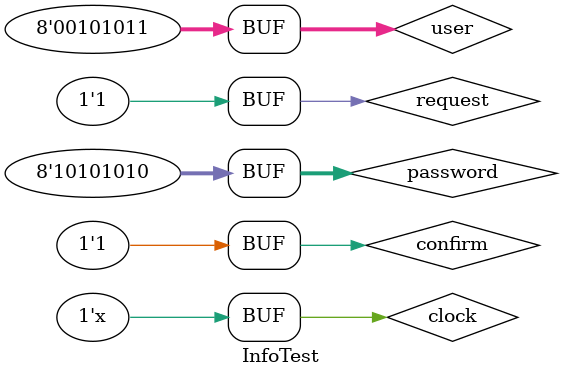
<source format=v>
`timescale 1ns / 1ps


module InfoTest;

	// Inputs
	reg clock;
	reg request;
	reg confirm;
	reg [7:0] password;
	reg [7:0] user;

	// Outputs
	wire writeRegP;
	wire writeRegQ;

	// Instantiate the Unit Under Test (UUT)
	InformationController uut (
		.clock(clock), 
		.request(request), 
		.confirm(confirm), 
		.password(password), 
		.user(user), 
		.writeRegP(writeRegP), 
		.writeRegQ(writeRegQ)
	);

	initial begin
		// Initialize Inputs
		clock = 0;
		request = 0;
		confirm = 0;
		password = 0;
		user = 0;

		// Wait 100 ns for global reset to finish
		#100;
        
		// Add stimulus here

	end
   always #30 clock = ~clock;
	initial begin
		request = 0;
		clock = 0;
		password = 8'b10101010;
		user = 8'b10101010;
		#15;
		#60;
		request = 1;
		#60;
		confirm = 0;
		#60;
		confirm = 1;
		#60;		
		#60;
		user = 8'b00101011;
		#60;
		
	end
endmodule


</source>
